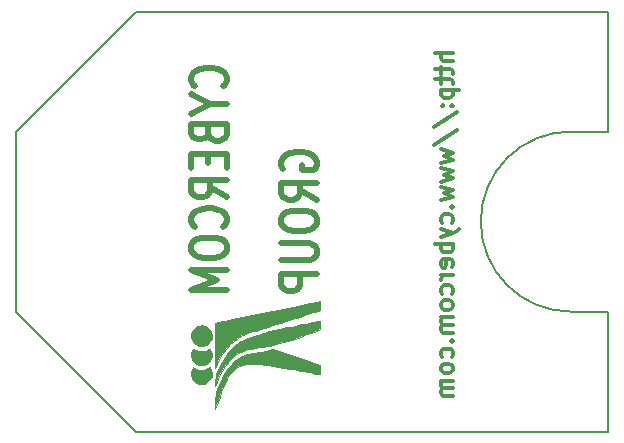
<source format=gbr>
G04 #@! TF.FileFunction,Legend,Bot*
%FSLAX46Y46*%
G04 Gerber Fmt 4.6, Leading zero omitted, Abs format (unit mm)*
G04 Created by KiCad (PCBNEW 4.0.2-stable) date 2016-11-20 00:38:07*
%MOMM*%
G01*
G04 APERTURE LIST*
%ADD10C,0.100000*%
%ADD11C,0.300000*%
%ADD12C,0.500000*%
%ADD13C,0.150000*%
%ADD14C,0.010000*%
G04 APERTURE END LIST*
D10*
D11*
X175430571Y-103863999D02*
X173930571Y-103863999D01*
X175430571Y-104506856D02*
X174644857Y-104506856D01*
X174502000Y-104435427D01*
X174430571Y-104292570D01*
X174430571Y-104078285D01*
X174502000Y-103935427D01*
X174573429Y-103863999D01*
X174430571Y-105006856D02*
X174430571Y-105578285D01*
X173930571Y-105221142D02*
X175216286Y-105221142D01*
X175359143Y-105292570D01*
X175430571Y-105435428D01*
X175430571Y-105578285D01*
X174430571Y-105863999D02*
X174430571Y-106435428D01*
X173930571Y-106078285D02*
X175216286Y-106078285D01*
X175359143Y-106149713D01*
X175430571Y-106292571D01*
X175430571Y-106435428D01*
X174430571Y-106935428D02*
X175930571Y-106935428D01*
X174502000Y-106935428D02*
X174430571Y-107078285D01*
X174430571Y-107363999D01*
X174502000Y-107506856D01*
X174573429Y-107578285D01*
X174716286Y-107649714D01*
X175144857Y-107649714D01*
X175287714Y-107578285D01*
X175359143Y-107506856D01*
X175430571Y-107363999D01*
X175430571Y-107078285D01*
X175359143Y-106935428D01*
X175287714Y-108292571D02*
X175359143Y-108363999D01*
X175430571Y-108292571D01*
X175359143Y-108221142D01*
X175287714Y-108292571D01*
X175430571Y-108292571D01*
X174502000Y-108292571D02*
X174573429Y-108363999D01*
X174644857Y-108292571D01*
X174573429Y-108221142D01*
X174502000Y-108292571D01*
X174644857Y-108292571D01*
X173859143Y-110078285D02*
X175787714Y-108792571D01*
X173859143Y-111649714D02*
X175787714Y-110364000D01*
X174430571Y-112006858D02*
X175430571Y-112292572D01*
X174716286Y-112578286D01*
X175430571Y-112864001D01*
X174430571Y-113149715D01*
X174430571Y-113578287D02*
X175430571Y-113864001D01*
X174716286Y-114149715D01*
X175430571Y-114435430D01*
X174430571Y-114721144D01*
X174430571Y-115149716D02*
X175430571Y-115435430D01*
X174716286Y-115721144D01*
X175430571Y-116006859D01*
X174430571Y-116292573D01*
X175287714Y-116864002D02*
X175359143Y-116935430D01*
X175430571Y-116864002D01*
X175359143Y-116792573D01*
X175287714Y-116864002D01*
X175430571Y-116864002D01*
X175359143Y-118221145D02*
X175430571Y-118078288D01*
X175430571Y-117792574D01*
X175359143Y-117649716D01*
X175287714Y-117578288D01*
X175144857Y-117506859D01*
X174716286Y-117506859D01*
X174573429Y-117578288D01*
X174502000Y-117649716D01*
X174430571Y-117792574D01*
X174430571Y-118078288D01*
X174502000Y-118221145D01*
X174430571Y-118721145D02*
X175430571Y-119078288D01*
X174430571Y-119435430D02*
X175430571Y-119078288D01*
X175787714Y-118935430D01*
X175859143Y-118864002D01*
X175930571Y-118721145D01*
X175430571Y-120006859D02*
X173930571Y-120006859D01*
X174502000Y-120006859D02*
X174430571Y-120149716D01*
X174430571Y-120435430D01*
X174502000Y-120578287D01*
X174573429Y-120649716D01*
X174716286Y-120721145D01*
X175144857Y-120721145D01*
X175287714Y-120649716D01*
X175359143Y-120578287D01*
X175430571Y-120435430D01*
X175430571Y-120149716D01*
X175359143Y-120006859D01*
X175359143Y-121935430D02*
X175430571Y-121792573D01*
X175430571Y-121506859D01*
X175359143Y-121364002D01*
X175216286Y-121292573D01*
X174644857Y-121292573D01*
X174502000Y-121364002D01*
X174430571Y-121506859D01*
X174430571Y-121792573D01*
X174502000Y-121935430D01*
X174644857Y-122006859D01*
X174787714Y-122006859D01*
X174930571Y-121292573D01*
X175430571Y-122649716D02*
X174430571Y-122649716D01*
X174716286Y-122649716D02*
X174573429Y-122721144D01*
X174502000Y-122792573D01*
X174430571Y-122935430D01*
X174430571Y-123078287D01*
X175359143Y-124221144D02*
X175430571Y-124078287D01*
X175430571Y-123792573D01*
X175359143Y-123649715D01*
X175287714Y-123578287D01*
X175144857Y-123506858D01*
X174716286Y-123506858D01*
X174573429Y-123578287D01*
X174502000Y-123649715D01*
X174430571Y-123792573D01*
X174430571Y-124078287D01*
X174502000Y-124221144D01*
X175430571Y-125078287D02*
X175359143Y-124935429D01*
X175287714Y-124864001D01*
X175144857Y-124792572D01*
X174716286Y-124792572D01*
X174573429Y-124864001D01*
X174502000Y-124935429D01*
X174430571Y-125078287D01*
X174430571Y-125292572D01*
X174502000Y-125435429D01*
X174573429Y-125506858D01*
X174716286Y-125578287D01*
X175144857Y-125578287D01*
X175287714Y-125506858D01*
X175359143Y-125435429D01*
X175430571Y-125292572D01*
X175430571Y-125078287D01*
X175430571Y-126221144D02*
X174430571Y-126221144D01*
X174573429Y-126221144D02*
X174502000Y-126292572D01*
X174430571Y-126435430D01*
X174430571Y-126649715D01*
X174502000Y-126792572D01*
X174644857Y-126864001D01*
X175430571Y-126864001D01*
X174644857Y-126864001D02*
X174502000Y-126935430D01*
X174430571Y-127078287D01*
X174430571Y-127292572D01*
X174502000Y-127435430D01*
X174644857Y-127506858D01*
X175430571Y-127506858D01*
X175287714Y-128221144D02*
X175359143Y-128292572D01*
X175430571Y-128221144D01*
X175359143Y-128149715D01*
X175287714Y-128221144D01*
X175430571Y-128221144D01*
X175359143Y-129578287D02*
X175430571Y-129435430D01*
X175430571Y-129149716D01*
X175359143Y-129006858D01*
X175287714Y-128935430D01*
X175144857Y-128864001D01*
X174716286Y-128864001D01*
X174573429Y-128935430D01*
X174502000Y-129006858D01*
X174430571Y-129149716D01*
X174430571Y-129435430D01*
X174502000Y-129578287D01*
X175430571Y-130435430D02*
X175359143Y-130292572D01*
X175287714Y-130221144D01*
X175144857Y-130149715D01*
X174716286Y-130149715D01*
X174573429Y-130221144D01*
X174502000Y-130292572D01*
X174430571Y-130435430D01*
X174430571Y-130649715D01*
X174502000Y-130792572D01*
X174573429Y-130864001D01*
X174716286Y-130935430D01*
X175144857Y-130935430D01*
X175287714Y-130864001D01*
X175359143Y-130792572D01*
X175430571Y-130649715D01*
X175430571Y-130435430D01*
X175430571Y-131578287D02*
X174430571Y-131578287D01*
X174573429Y-131578287D02*
X174502000Y-131649715D01*
X174430571Y-131792573D01*
X174430571Y-132006858D01*
X174502000Y-132149715D01*
X174644857Y-132221144D01*
X175430571Y-132221144D01*
X174644857Y-132221144D02*
X174502000Y-132292573D01*
X174430571Y-132435430D01*
X174430571Y-132649715D01*
X174502000Y-132792573D01*
X174644857Y-132864001D01*
X175430571Y-132864001D01*
D12*
X161060000Y-113645714D02*
X160917143Y-113407619D01*
X160917143Y-113050476D01*
X161060000Y-112693333D01*
X161345714Y-112455238D01*
X161631429Y-112336190D01*
X162202857Y-112217142D01*
X162631429Y-112217142D01*
X163202857Y-112336190D01*
X163488571Y-112455238D01*
X163774286Y-112693333D01*
X163917143Y-113050476D01*
X163917143Y-113288571D01*
X163774286Y-113645714D01*
X163631429Y-113764762D01*
X162631429Y-113764762D01*
X162631429Y-113288571D01*
X163917143Y-116264762D02*
X162488571Y-115431428D01*
X163917143Y-114836190D02*
X160917143Y-114836190D01*
X160917143Y-115788571D01*
X161060000Y-116026666D01*
X161202857Y-116145714D01*
X161488571Y-116264762D01*
X161917143Y-116264762D01*
X162202857Y-116145714D01*
X162345714Y-116026666D01*
X162488571Y-115788571D01*
X162488571Y-114836190D01*
X160917143Y-117812381D02*
X160917143Y-118288571D01*
X161060000Y-118526666D01*
X161345714Y-118764762D01*
X161917143Y-118883809D01*
X162917143Y-118883809D01*
X163488571Y-118764762D01*
X163774286Y-118526666D01*
X163917143Y-118288571D01*
X163917143Y-117812381D01*
X163774286Y-117574285D01*
X163488571Y-117336190D01*
X162917143Y-117217142D01*
X161917143Y-117217142D01*
X161345714Y-117336190D01*
X161060000Y-117574285D01*
X160917143Y-117812381D01*
X160917143Y-119955238D02*
X163345714Y-119955238D01*
X163631429Y-120074286D01*
X163774286Y-120193333D01*
X163917143Y-120431429D01*
X163917143Y-120907619D01*
X163774286Y-121145714D01*
X163631429Y-121264762D01*
X163345714Y-121383810D01*
X160917143Y-121383810D01*
X163917143Y-122574286D02*
X160917143Y-122574286D01*
X160917143Y-123526667D01*
X161060000Y-123764762D01*
X161202857Y-123883810D01*
X161488571Y-124002858D01*
X161917143Y-124002858D01*
X162202857Y-123883810D01*
X162345714Y-123764762D01*
X162488571Y-123526667D01*
X162488571Y-122574286D01*
X156011429Y-106637334D02*
X156154286Y-106518286D01*
X156297143Y-106161143D01*
X156297143Y-105923048D01*
X156154286Y-105565905D01*
X155868571Y-105327810D01*
X155582857Y-105208762D01*
X155011429Y-105089714D01*
X154582857Y-105089714D01*
X154011429Y-105208762D01*
X153725714Y-105327810D01*
X153440000Y-105565905D01*
X153297143Y-105923048D01*
X153297143Y-106161143D01*
X153440000Y-106518286D01*
X153582857Y-106637334D01*
X154868571Y-108184953D02*
X156297143Y-108184953D01*
X153297143Y-107351619D02*
X154868571Y-108184953D01*
X153297143Y-109018286D01*
X154725714Y-110684952D02*
X154868571Y-111042095D01*
X155011429Y-111161143D01*
X155297143Y-111280191D01*
X155725714Y-111280191D01*
X156011429Y-111161143D01*
X156154286Y-111042095D01*
X156297143Y-110804000D01*
X156297143Y-109851619D01*
X153297143Y-109851619D01*
X153297143Y-110684952D01*
X153440000Y-110923048D01*
X153582857Y-111042095D01*
X153868571Y-111161143D01*
X154154286Y-111161143D01*
X154440000Y-111042095D01*
X154582857Y-110923048D01*
X154725714Y-110684952D01*
X154725714Y-109851619D01*
X154725714Y-112351619D02*
X154725714Y-113184952D01*
X156297143Y-113542095D02*
X156297143Y-112351619D01*
X153297143Y-112351619D01*
X153297143Y-113542095D01*
X156297143Y-116042096D02*
X154868571Y-115208762D01*
X156297143Y-114613524D02*
X153297143Y-114613524D01*
X153297143Y-115565905D01*
X153440000Y-115804000D01*
X153582857Y-115923048D01*
X153868571Y-116042096D01*
X154297143Y-116042096D01*
X154582857Y-115923048D01*
X154725714Y-115804000D01*
X154868571Y-115565905D01*
X154868571Y-114613524D01*
X156011429Y-118542096D02*
X156154286Y-118423048D01*
X156297143Y-118065905D01*
X156297143Y-117827810D01*
X156154286Y-117470667D01*
X155868571Y-117232572D01*
X155582857Y-117113524D01*
X155011429Y-116994476D01*
X154582857Y-116994476D01*
X154011429Y-117113524D01*
X153725714Y-117232572D01*
X153440000Y-117470667D01*
X153297143Y-117827810D01*
X153297143Y-118065905D01*
X153440000Y-118423048D01*
X153582857Y-118542096D01*
X153297143Y-120089715D02*
X153297143Y-120565905D01*
X153440000Y-120804000D01*
X153725714Y-121042096D01*
X154297143Y-121161143D01*
X155297143Y-121161143D01*
X155868571Y-121042096D01*
X156154286Y-120804000D01*
X156297143Y-120565905D01*
X156297143Y-120089715D01*
X156154286Y-119851619D01*
X155868571Y-119613524D01*
X155297143Y-119494476D01*
X154297143Y-119494476D01*
X153725714Y-119613524D01*
X153440000Y-119851619D01*
X153297143Y-120089715D01*
X156297143Y-122232572D02*
X153297143Y-122232572D01*
X155440000Y-123065905D01*
X153297143Y-123899239D01*
X156297143Y-123899239D01*
D13*
X185420000Y-125730000D02*
X188595000Y-125730000D01*
X188595000Y-110490000D02*
X185420000Y-110490000D01*
X185420000Y-110490000D02*
G75*
G03X177800000Y-118110000I0J-7620000D01*
G01*
X138430000Y-125730000D02*
X138430000Y-124460000D01*
X148590000Y-135890000D02*
X138430000Y-125730000D01*
X149860000Y-135890000D02*
X148590000Y-135890000D01*
X149860000Y-135890000D02*
X188595000Y-135890000D01*
X148590000Y-100330000D02*
X188595000Y-100330000D01*
X138430000Y-110490000D02*
X148590000Y-100330000D01*
X177800000Y-118110000D02*
G75*
G03X185420000Y-125730000I7620000J0D01*
G01*
X138430000Y-124460000D02*
X138430000Y-113030000D01*
X188595000Y-125730000D02*
X188595000Y-135890000D01*
X188595000Y-100330000D02*
X188595000Y-110490000D01*
X138430000Y-113030000D02*
X138430000Y-110490000D01*
D14*
G36*
X155321291Y-128611312D02*
X155321582Y-130540125D01*
X155461545Y-130197524D01*
X155679851Y-129724699D01*
X155933981Y-129283385D01*
X156219457Y-128878740D01*
X156531799Y-128515916D01*
X156866527Y-128200069D01*
X157219161Y-127936353D01*
X157585221Y-127729925D01*
X157620099Y-127713679D01*
X157709595Y-127677256D01*
X157849591Y-127625954D01*
X158029803Y-127563278D01*
X158239950Y-127492728D01*
X158469750Y-127417809D01*
X158708920Y-127342022D01*
X158734125Y-127334168D01*
X158920460Y-127275947D01*
X159159416Y-127200890D01*
X159443124Y-127111488D01*
X159763716Y-127010231D01*
X160113325Y-126899608D01*
X160484083Y-126782109D01*
X160868122Y-126660226D01*
X161257574Y-126536448D01*
X161644572Y-126413265D01*
X161766250Y-126374493D01*
X162125133Y-126260142D01*
X162469412Y-126150516D01*
X162793813Y-126047288D01*
X163093062Y-125952135D01*
X163361888Y-125866730D01*
X163595017Y-125792748D01*
X163787177Y-125731863D01*
X163933094Y-125685751D01*
X164027496Y-125656084D01*
X164060187Y-125645975D01*
X164211000Y-125600539D01*
X164211000Y-124847749D01*
X164091937Y-124874099D01*
X164033564Y-124886572D01*
X163919188Y-124910591D01*
X163753104Y-124945267D01*
X163539604Y-124989713D01*
X163282981Y-125043043D01*
X162987527Y-125104368D01*
X162657535Y-125172803D01*
X162297299Y-125247459D01*
X161911110Y-125327449D01*
X161503262Y-125411885D01*
X161078048Y-125499882D01*
X160639760Y-125590551D01*
X160192691Y-125683005D01*
X159741134Y-125776358D01*
X159289381Y-125869721D01*
X158841726Y-125962207D01*
X158402462Y-126052929D01*
X157975881Y-126141001D01*
X157566275Y-126225534D01*
X157177938Y-126305642D01*
X156815163Y-126380436D01*
X156482242Y-126449031D01*
X156183468Y-126510538D01*
X155923135Y-126564071D01*
X155705533Y-126608742D01*
X155534958Y-126643664D01*
X155415700Y-126667949D01*
X155352054Y-126680711D01*
X155342337Y-126682500D01*
X155338542Y-126713340D01*
X155334972Y-126802228D01*
X155331687Y-126943707D01*
X155328747Y-127132326D01*
X155326210Y-127362629D01*
X155324136Y-127629164D01*
X155322585Y-127926477D01*
X155321616Y-128249115D01*
X155321289Y-128591623D01*
X155321291Y-128611312D01*
X155321291Y-128611312D01*
G37*
X155321291Y-128611312D02*
X155321582Y-130540125D01*
X155461545Y-130197524D01*
X155679851Y-129724699D01*
X155933981Y-129283385D01*
X156219457Y-128878740D01*
X156531799Y-128515916D01*
X156866527Y-128200069D01*
X157219161Y-127936353D01*
X157585221Y-127729925D01*
X157620099Y-127713679D01*
X157709595Y-127677256D01*
X157849591Y-127625954D01*
X158029803Y-127563278D01*
X158239950Y-127492728D01*
X158469750Y-127417809D01*
X158708920Y-127342022D01*
X158734125Y-127334168D01*
X158920460Y-127275947D01*
X159159416Y-127200890D01*
X159443124Y-127111488D01*
X159763716Y-127010231D01*
X160113325Y-126899608D01*
X160484083Y-126782109D01*
X160868122Y-126660226D01*
X161257574Y-126536448D01*
X161644572Y-126413265D01*
X161766250Y-126374493D01*
X162125133Y-126260142D01*
X162469412Y-126150516D01*
X162793813Y-126047288D01*
X163093062Y-125952135D01*
X163361888Y-125866730D01*
X163595017Y-125792748D01*
X163787177Y-125731863D01*
X163933094Y-125685751D01*
X164027496Y-125656084D01*
X164060187Y-125645975D01*
X164211000Y-125600539D01*
X164211000Y-124847749D01*
X164091937Y-124874099D01*
X164033564Y-124886572D01*
X163919188Y-124910591D01*
X163753104Y-124945267D01*
X163539604Y-124989713D01*
X163282981Y-125043043D01*
X162987527Y-125104368D01*
X162657535Y-125172803D01*
X162297299Y-125247459D01*
X161911110Y-125327449D01*
X161503262Y-125411885D01*
X161078048Y-125499882D01*
X160639760Y-125590551D01*
X160192691Y-125683005D01*
X159741134Y-125776358D01*
X159289381Y-125869721D01*
X158841726Y-125962207D01*
X158402462Y-126052929D01*
X157975881Y-126141001D01*
X157566275Y-126225534D01*
X157177938Y-126305642D01*
X156815163Y-126380436D01*
X156482242Y-126449031D01*
X156183468Y-126510538D01*
X155923135Y-126564071D01*
X155705533Y-126608742D01*
X155534958Y-126643664D01*
X155415700Y-126667949D01*
X155352054Y-126680711D01*
X155342337Y-126682500D01*
X155338542Y-126713340D01*
X155334972Y-126802228D01*
X155331687Y-126943707D01*
X155328747Y-127132326D01*
X155326210Y-127362629D01*
X155324136Y-127629164D01*
X155322585Y-127926477D01*
X155321616Y-128249115D01*
X155321289Y-128591623D01*
X155321291Y-128611312D01*
G36*
X155324279Y-132064125D02*
X155446490Y-131722059D01*
X155653909Y-131208493D01*
X155892651Y-130738962D01*
X156160501Y-130316237D01*
X156455244Y-129943092D01*
X156774663Y-129622301D01*
X157116544Y-129356637D01*
X157478672Y-129148874D01*
X157516009Y-129131344D01*
X157701081Y-129051462D01*
X157875611Y-128989337D01*
X158057381Y-128940291D01*
X158264176Y-128899644D01*
X158513780Y-128862716D01*
X158559500Y-128856760D01*
X159228666Y-128753155D01*
X159941074Y-128609074D01*
X160692128Y-128425801D01*
X161477236Y-128204624D01*
X162291801Y-127946826D01*
X163131232Y-127653695D01*
X163901437Y-127361807D01*
X164211000Y-127240224D01*
X164211000Y-126866112D01*
X164210370Y-126720481D01*
X164208656Y-126601363D01*
X164206120Y-126521134D01*
X164203062Y-126492165D01*
X164171445Y-126498472D01*
X164082808Y-126516624D01*
X163942307Y-126545555D01*
X163755095Y-126584199D01*
X163526326Y-126631490D01*
X163261156Y-126686364D01*
X162964738Y-126747753D01*
X162642227Y-126814593D01*
X162298776Y-126885817D01*
X162147250Y-126917254D01*
X161739813Y-127001844D01*
X161387681Y-127075233D01*
X161083979Y-127139109D01*
X160821834Y-127195164D01*
X160594372Y-127245085D01*
X160394719Y-127290563D01*
X160216003Y-127333287D01*
X160051349Y-127374947D01*
X159893884Y-127417232D01*
X159736733Y-127461832D01*
X159573024Y-127510436D01*
X159395883Y-127564733D01*
X159198436Y-127626414D01*
X158973810Y-127697168D01*
X158972250Y-127697660D01*
X158633388Y-127805461D01*
X158348169Y-127898748D01*
X158109241Y-127980667D01*
X157909253Y-128054364D01*
X157740851Y-128122984D01*
X157596685Y-128189673D01*
X157469401Y-128257576D01*
X157351648Y-128329839D01*
X157236074Y-128409608D01*
X157138672Y-128482137D01*
X156824066Y-128755707D01*
X156520730Y-129085560D01*
X156233214Y-129464836D01*
X155966063Y-129886676D01*
X155723825Y-130344219D01*
X155511047Y-130830606D01*
X155419524Y-131075667D01*
X155374553Y-131209882D01*
X155345829Y-131320170D01*
X155329914Y-131429018D01*
X155323370Y-131558912D01*
X155322639Y-131709467D01*
X155324279Y-132064125D01*
X155324279Y-132064125D01*
G37*
X155324279Y-132064125D02*
X155446490Y-131722059D01*
X155653909Y-131208493D01*
X155892651Y-130738962D01*
X156160501Y-130316237D01*
X156455244Y-129943092D01*
X156774663Y-129622301D01*
X157116544Y-129356637D01*
X157478672Y-129148874D01*
X157516009Y-129131344D01*
X157701081Y-129051462D01*
X157875611Y-128989337D01*
X158057381Y-128940291D01*
X158264176Y-128899644D01*
X158513780Y-128862716D01*
X158559500Y-128856760D01*
X159228666Y-128753155D01*
X159941074Y-128609074D01*
X160692128Y-128425801D01*
X161477236Y-128204624D01*
X162291801Y-127946826D01*
X163131232Y-127653695D01*
X163901437Y-127361807D01*
X164211000Y-127240224D01*
X164211000Y-126866112D01*
X164210370Y-126720481D01*
X164208656Y-126601363D01*
X164206120Y-126521134D01*
X164203062Y-126492165D01*
X164171445Y-126498472D01*
X164082808Y-126516624D01*
X163942307Y-126545555D01*
X163755095Y-126584199D01*
X163526326Y-126631490D01*
X163261156Y-126686364D01*
X162964738Y-126747753D01*
X162642227Y-126814593D01*
X162298776Y-126885817D01*
X162147250Y-126917254D01*
X161739813Y-127001844D01*
X161387681Y-127075233D01*
X161083979Y-127139109D01*
X160821834Y-127195164D01*
X160594372Y-127245085D01*
X160394719Y-127290563D01*
X160216003Y-127333287D01*
X160051349Y-127374947D01*
X159893884Y-127417232D01*
X159736733Y-127461832D01*
X159573024Y-127510436D01*
X159395883Y-127564733D01*
X159198436Y-127626414D01*
X158973810Y-127697168D01*
X158972250Y-127697660D01*
X158633388Y-127805461D01*
X158348169Y-127898748D01*
X158109241Y-127980667D01*
X157909253Y-128054364D01*
X157740851Y-128122984D01*
X157596685Y-128189673D01*
X157469401Y-128257576D01*
X157351648Y-128329839D01*
X157236074Y-128409608D01*
X157138672Y-128482137D01*
X156824066Y-128755707D01*
X156520730Y-129085560D01*
X156233214Y-129464836D01*
X155966063Y-129886676D01*
X155723825Y-130344219D01*
X155511047Y-130830606D01*
X155419524Y-131075667D01*
X155374553Y-131209882D01*
X155345829Y-131320170D01*
X155329914Y-131429018D01*
X155323370Y-131558912D01*
X155322639Y-131709467D01*
X155324279Y-132064125D01*
G36*
X155322630Y-133440864D02*
X155324260Y-133969125D01*
X155523575Y-133397625D01*
X155686596Y-132944022D01*
X155848486Y-132520408D01*
X156007054Y-132131691D01*
X156160107Y-131782782D01*
X156305452Y-131478591D01*
X156440897Y-131224029D01*
X156564250Y-131024005D01*
X156614782Y-130953681D01*
X156819957Y-130731706D01*
X157072013Y-130535178D01*
X157356652Y-130372538D01*
X157659574Y-130252224D01*
X157904846Y-130192228D01*
X158075966Y-130167235D01*
X158256855Y-130150871D01*
X158452219Y-130143612D01*
X158666768Y-130145936D01*
X158905210Y-130158320D01*
X159172252Y-130181241D01*
X159472604Y-130215175D01*
X159810974Y-130260602D01*
X160192069Y-130317996D01*
X160620598Y-130387837D01*
X161101270Y-130470599D01*
X161638793Y-130566762D01*
X161686875Y-130575500D01*
X161952626Y-130624206D01*
X162232520Y-130676148D01*
X162519046Y-130729875D01*
X162804694Y-130783939D01*
X163081953Y-130836890D01*
X163343313Y-130887279D01*
X163581263Y-130933656D01*
X163788293Y-130974572D01*
X163956892Y-131008578D01*
X164079549Y-131034224D01*
X164148755Y-131050060D01*
X164155437Y-131051898D01*
X164178647Y-131053770D01*
X164194343Y-131036679D01*
X164203972Y-130990843D01*
X164208981Y-130906480D01*
X164210818Y-130773806D01*
X164211000Y-130676292D01*
X164211000Y-130284305D01*
X162230671Y-129609187D01*
X160250343Y-128934069D01*
X159895578Y-129014153D01*
X159734843Y-129047967D01*
X159533008Y-129086739D01*
X159311842Y-129126482D01*
X159093110Y-129163208D01*
X159010469Y-129176270D01*
X158683111Y-129227989D01*
X158410369Y-129274187D01*
X158183857Y-129317305D01*
X157995194Y-129359783D01*
X157835993Y-129404061D01*
X157697873Y-129452580D01*
X157572448Y-129507779D01*
X157451335Y-129572100D01*
X157326150Y-129647982D01*
X157273466Y-129681853D01*
X157119936Y-129796190D01*
X156944267Y-129950603D01*
X156759070Y-130132023D01*
X156576959Y-130327377D01*
X156410543Y-130523595D01*
X156272436Y-130707607D01*
X156246218Y-130746500D01*
X156006056Y-131150119D01*
X155783220Y-131600710D01*
X155584727Y-132082588D01*
X155417595Y-132580066D01*
X155401536Y-132634690D01*
X155370851Y-132746647D01*
X155349119Y-132846427D01*
X155334881Y-132948913D01*
X155326682Y-133068984D01*
X155323066Y-133221522D01*
X155322575Y-133421408D01*
X155322630Y-133440864D01*
X155322630Y-133440864D01*
G37*
X155322630Y-133440864D02*
X155324260Y-133969125D01*
X155523575Y-133397625D01*
X155686596Y-132944022D01*
X155848486Y-132520408D01*
X156007054Y-132131691D01*
X156160107Y-131782782D01*
X156305452Y-131478591D01*
X156440897Y-131224029D01*
X156564250Y-131024005D01*
X156614782Y-130953681D01*
X156819957Y-130731706D01*
X157072013Y-130535178D01*
X157356652Y-130372538D01*
X157659574Y-130252224D01*
X157904846Y-130192228D01*
X158075966Y-130167235D01*
X158256855Y-130150871D01*
X158452219Y-130143612D01*
X158666768Y-130145936D01*
X158905210Y-130158320D01*
X159172252Y-130181241D01*
X159472604Y-130215175D01*
X159810974Y-130260602D01*
X160192069Y-130317996D01*
X160620598Y-130387837D01*
X161101270Y-130470599D01*
X161638793Y-130566762D01*
X161686875Y-130575500D01*
X161952626Y-130624206D01*
X162232520Y-130676148D01*
X162519046Y-130729875D01*
X162804694Y-130783939D01*
X163081953Y-130836890D01*
X163343313Y-130887279D01*
X163581263Y-130933656D01*
X163788293Y-130974572D01*
X163956892Y-131008578D01*
X164079549Y-131034224D01*
X164148755Y-131050060D01*
X164155437Y-131051898D01*
X164178647Y-131053770D01*
X164194343Y-131036679D01*
X164203972Y-130990843D01*
X164208981Y-130906480D01*
X164210818Y-130773806D01*
X164211000Y-130676292D01*
X164211000Y-130284305D01*
X162230671Y-129609187D01*
X160250343Y-128934069D01*
X159895578Y-129014153D01*
X159734843Y-129047967D01*
X159533008Y-129086739D01*
X159311842Y-129126482D01*
X159093110Y-129163208D01*
X159010469Y-129176270D01*
X158683111Y-129227989D01*
X158410369Y-129274187D01*
X158183857Y-129317305D01*
X157995194Y-129359783D01*
X157835993Y-129404061D01*
X157697873Y-129452580D01*
X157572448Y-129507779D01*
X157451335Y-129572100D01*
X157326150Y-129647982D01*
X157273466Y-129681853D01*
X157119936Y-129796190D01*
X156944267Y-129950603D01*
X156759070Y-130132023D01*
X156576959Y-130327377D01*
X156410543Y-130523595D01*
X156272436Y-130707607D01*
X156246218Y-130746500D01*
X156006056Y-131150119D01*
X155783220Y-131600710D01*
X155584727Y-132082588D01*
X155417595Y-132580066D01*
X155401536Y-132634690D01*
X155370851Y-132746647D01*
X155349119Y-132846427D01*
X155334881Y-132948913D01*
X155326682Y-133068984D01*
X155323066Y-133221522D01*
X155322575Y-133421408D01*
X155322630Y-133440864D01*
G36*
X153326306Y-128066585D02*
X153423961Y-128255191D01*
X153563393Y-128416172D01*
X153739280Y-128540767D01*
X153946298Y-128620218D01*
X154078242Y-128642136D01*
X154302444Y-128633449D01*
X154507185Y-128570637D01*
X154686341Y-128461659D01*
X154833789Y-128314474D01*
X154943409Y-128137040D01*
X155009078Y-127937317D01*
X155024673Y-127723262D01*
X154984073Y-127502834D01*
X154975105Y-127476250D01*
X154894976Y-127321207D01*
X154773955Y-127171713D01*
X154629127Y-127044591D01*
X154477580Y-126956665D01*
X154429841Y-126939368D01*
X154203858Y-126900946D01*
X153976145Y-126916492D01*
X153801822Y-126969202D01*
X153661122Y-127051536D01*
X153522887Y-127169233D01*
X153406879Y-127303005D01*
X153337225Y-127422604D01*
X153277616Y-127641532D01*
X153275750Y-127859112D01*
X153326306Y-128066585D01*
X153326306Y-128066585D01*
G37*
X153326306Y-128066585D02*
X153423961Y-128255191D01*
X153563393Y-128416172D01*
X153739280Y-128540767D01*
X153946298Y-128620218D01*
X154078242Y-128642136D01*
X154302444Y-128633449D01*
X154507185Y-128570637D01*
X154686341Y-128461659D01*
X154833789Y-128314474D01*
X154943409Y-128137040D01*
X155009078Y-127937317D01*
X155024673Y-127723262D01*
X154984073Y-127502834D01*
X154975105Y-127476250D01*
X154894976Y-127321207D01*
X154773955Y-127171713D01*
X154629127Y-127044591D01*
X154477580Y-126956665D01*
X154429841Y-126939368D01*
X154203858Y-126900946D01*
X153976145Y-126916492D01*
X153801822Y-126969202D01*
X153661122Y-127051536D01*
X153522887Y-127169233D01*
X153406879Y-127303005D01*
X153337225Y-127422604D01*
X153277616Y-127641532D01*
X153275750Y-127859112D01*
X153326306Y-128066585D01*
G36*
X153272968Y-129502395D02*
X153334618Y-129726765D01*
X153441542Y-129916236D01*
X153585098Y-130068181D01*
X153756642Y-130179972D01*
X153947530Y-130248982D01*
X154149120Y-130272582D01*
X154352768Y-130248146D01*
X154549831Y-130173046D01*
X154731666Y-130044654D01*
X154806419Y-129968565D01*
X154914959Y-129812075D01*
X154991685Y-129633639D01*
X155031514Y-129451445D01*
X155029363Y-129283680D01*
X155014914Y-129222500D01*
X154983150Y-129137701D01*
X154941083Y-129042412D01*
X154897576Y-128954667D01*
X154861491Y-128892503D01*
X154843321Y-128873250D01*
X154804778Y-128887474D01*
X154731289Y-128923747D01*
X154682061Y-128950279D01*
X154456030Y-129040602D01*
X154209172Y-129077428D01*
X153954917Y-129060729D01*
X153706695Y-128990477D01*
X153622375Y-128952557D01*
X153463625Y-128873435D01*
X153407850Y-128940621D01*
X153345923Y-129048587D01*
X153298419Y-129193662D01*
X153271545Y-129349988D01*
X153271512Y-129491707D01*
X153272968Y-129502395D01*
X153272968Y-129502395D01*
G37*
X153272968Y-129502395D02*
X153334618Y-129726765D01*
X153441542Y-129916236D01*
X153585098Y-130068181D01*
X153756642Y-130179972D01*
X153947530Y-130248982D01*
X154149120Y-130272582D01*
X154352768Y-130248146D01*
X154549831Y-130173046D01*
X154731666Y-130044654D01*
X154806419Y-129968565D01*
X154914959Y-129812075D01*
X154991685Y-129633639D01*
X155031514Y-129451445D01*
X155029363Y-129283680D01*
X155014914Y-129222500D01*
X154983150Y-129137701D01*
X154941083Y-129042412D01*
X154897576Y-128954667D01*
X154861491Y-128892503D01*
X154843321Y-128873250D01*
X154804778Y-128887474D01*
X154731289Y-128923747D01*
X154682061Y-128950279D01*
X154456030Y-129040602D01*
X154209172Y-129077428D01*
X153954917Y-129060729D01*
X153706695Y-128990477D01*
X153622375Y-128952557D01*
X153463625Y-128873435D01*
X153407850Y-128940621D01*
X153345923Y-129048587D01*
X153298419Y-129193662D01*
X153271545Y-129349988D01*
X153271512Y-129491707D01*
X153272968Y-129502395D01*
G36*
X153272968Y-131089895D02*
X153334618Y-131314265D01*
X153441542Y-131503736D01*
X153585098Y-131655681D01*
X153756642Y-131767472D01*
X153947530Y-131836482D01*
X154149120Y-131860082D01*
X154352768Y-131835646D01*
X154549831Y-131760546D01*
X154731666Y-131632154D01*
X154806419Y-131556065D01*
X154939029Y-131361942D01*
X155013367Y-131151057D01*
X155027785Y-130931242D01*
X154982865Y-130716619D01*
X154941953Y-130613501D01*
X154898710Y-130524453D01*
X154885675Y-130502605D01*
X154837838Y-130429597D01*
X154748141Y-130493467D01*
X154568234Y-130589881D01*
X154353403Y-130645120D01*
X154129612Y-130661616D01*
X153986488Y-130659335D01*
X153877952Y-130645401D01*
X153775345Y-130613849D01*
X153661775Y-130564240D01*
X153448701Y-130464531D01*
X153399521Y-130534078D01*
X153335740Y-130660108D01*
X153289854Y-130819200D01*
X153268566Y-130981909D01*
X153272968Y-131089895D01*
X153272968Y-131089895D01*
G37*
X153272968Y-131089895D02*
X153334618Y-131314265D01*
X153441542Y-131503736D01*
X153585098Y-131655681D01*
X153756642Y-131767472D01*
X153947530Y-131836482D01*
X154149120Y-131860082D01*
X154352768Y-131835646D01*
X154549831Y-131760546D01*
X154731666Y-131632154D01*
X154806419Y-131556065D01*
X154939029Y-131361942D01*
X155013367Y-131151057D01*
X155027785Y-130931242D01*
X154982865Y-130716619D01*
X154941953Y-130613501D01*
X154898710Y-130524453D01*
X154885675Y-130502605D01*
X154837838Y-130429597D01*
X154748141Y-130493467D01*
X154568234Y-130589881D01*
X154353403Y-130645120D01*
X154129612Y-130661616D01*
X153986488Y-130659335D01*
X153877952Y-130645401D01*
X153775345Y-130613849D01*
X153661775Y-130564240D01*
X153448701Y-130464531D01*
X153399521Y-130534078D01*
X153335740Y-130660108D01*
X153289854Y-130819200D01*
X153268566Y-130981909D01*
X153272968Y-131089895D01*
M02*

</source>
